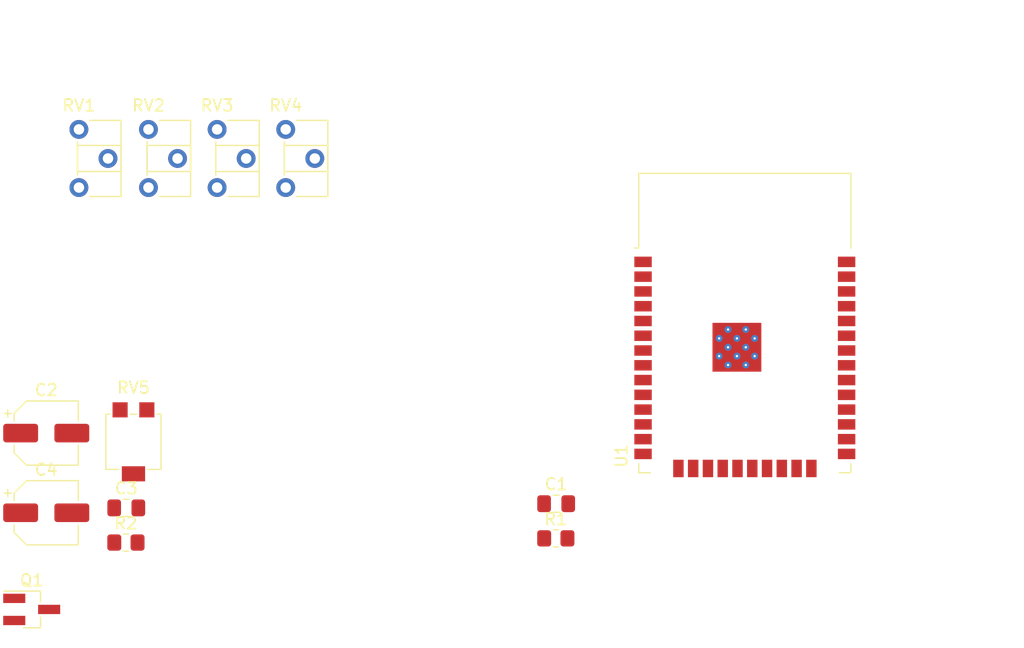
<source format=kicad_pcb>
(kicad_pcb (version 20221018) (generator pcbnew)
  (layers (0 "F.Cu" signal) (31 "B.Cu" signal) (34 "B.Paste" user) (35 "F.Paste" user) (36 "B.SilkS" user "B.Silkscreen") (37 "F.SilkS" user "F.Silkscreen") (38 "B.Mask" user) (39 "F.Mask" user) (44 "Edge.Cuts" user))
  (net 0 "")
  (net 1 "Net-(U1-EN)")
  (net 2 "GND")
  (net 3 "+3.3V")
  (net 4 "/ADC1_CH0")
  (net 5 "/ADC1_CH3")
  (net 13 "/Boot: pull-up")
  (net 14 "/Boot: pull-down")
  (net 15 "/Boot selection")
  (net 17 "/Boot pull-up")
  (net 19 "/RXD")
  (net 20 "/TXD")
  (net 21 "/ADC1_CH6")
  (net 22 "/ADC1_CH7")
  (net 23 "Net-(C2-Pad1)")
  (net 24 "Net-(C2-Pad2)")
  (net 25 "Net-(C3-Pad1)")
  (net 26 "SPEAKER")
  (net 27 "SAITE_1")
  (net 28 "DIN1")
  (net 29 "DAC1")
  (net 30 "Net-(U2-+)")
  (net 31 "ENCODER2_3")
  (net 32 "ENCODER2_1")
  (net 33 "ENCODER2_2")
  (net 34 "LED3")
  (net 35 "LED1")
  (net 36 "LED2")
  (net 37 "DIN2")
  (net 38 "DIN3")
  (net 39 "DIN4")
  (net 40 "ENCODER1_1")
  (net 41 "ENCODER1_2")
  (net 42 "ENCODER1_3")
  (net 43 "Net-(C3-Pad2)")
  (footprint "Capacitor_SMD:C_0805_2012Metric_Pad1.18x1.45mm_HandSolder" (layer "F.Cu") (at 114.73 95.72)
    (fp_text reference "C1" (at 0 -1.68) (layer "F.SilkS"))
    (fp_text value "1u")
    (fp_line (start -0.261252 -0.735) (end 0.261252 -0.735) (stroke (width 0.12)) (layer "F.SilkS"))
    (fp_line (start -0.261252 0.735) (end 0.261252 0.735) (stroke (width 0.12)) (layer "F.SilkS"))
    (pad "1" smd roundrect (at -1.0375 0) (size 1.175 1.45) (layers "F.Cu" "F.Paste" "F.Mask") (roundrect_rratio 0.212766) (net 1 "Net-(U1-EN)"))
    (pad "2" smd roundrect (at 1.0375 0) (size 1.175 1.45) (layers "F.Cu" "F.Paste" "F.Mask") (roundrect_rratio 0.212766) (net 2 "GND"))
  )
  (footprint "Capacitor_SMD:C_0805_2012Metric_Pad1.18x1.45mm_HandSolder" (layer "F.Cu") (at 77.77 96.08)
    (fp_text reference "C3" (at 0 -1.68) (layer "F.SilkS"))
    (fp_text value "50n")
    (fp_line (start -0.261252 -0.735) (end 0.261252 -0.735) (stroke (width 0.12)) (layer "F.SilkS"))
    (fp_line (start -0.261252 0.735) (end 0.261252 0.735) (stroke (width 0.12)) (layer "F.SilkS"))
    (pad "1" smd roundrect (at -1.0375 0) (size 1.175 1.45) (layers "F.Cu" "F.Paste" "F.Mask") (roundrect_rratio 0.212766) (net 25 "Net-(C3-Pad1)"))
    (pad "2" smd roundrect (at 1.0375 0) (size 1.175 1.45) (layers "F.Cu" "F.Paste" "F.Mask") (roundrect_rratio 0.212766) (net 43 "Net-(C3-Pad2)"))
  )
  (footprint "RF_Module:ESP32-WROOM-32" (layer "F.Cu") (at 130.95 83.18)
    (fp_text reference "U1" (at -10.61 8.43 90) (layer "F.SilkS"))
    (fp_text value "ESP32-WROOM-32")
    (fp_line (start -9.12 -15.86) (end -9.12 -9.445) (stroke (width 0.12)) (layer "F.SilkS"))
    (fp_line (start -9.12 -15.86) (end 9.12 -15.86) (stroke (width 0.12)) (layer "F.SilkS"))
    (fp_line (start -9.12 -9.445) (end -9.5 -9.445) (stroke (width 0.12)) (layer "F.SilkS"))
    (fp_line (start -9.12 9.1) (end -9.12 9.88) (stroke (width 0.12)) (layer "F.SilkS"))
    (fp_line (start -9.12 9.88) (end -8.12 9.88) (stroke (width 0.12)) (layer "F.SilkS"))
    (fp_line (start 9.12 -15.86) (end 9.12 -9.445) (stroke (width 0.12)) (layer "F.SilkS"))
    (fp_line (start 9.12 9.1) (end 9.12 9.88) (stroke (width 0.12)) (layer "F.SilkS"))
    (fp_line (start 9.12 9.88) (end 8.12 9.88) (stroke (width 0.12)) (layer "F.SilkS"))
    (pad "1" smd rect (at -8.75 -8.25) (size 1.5 0.9) (layers "F.Cu" "F.Paste" "F.Mask") (net 2 "GND"))
    (pad "2" smd rect (at -8.75 -6.98) (size 1.5 0.9) (layers "F.Cu" "F.Paste" "F.Mask") (net 3 "+3.3V"))
    (pad "3" smd rect (at -8.75 -5.71) (size 1.5 0.9) (layers "F.Cu" "F.Paste" "F.Mask") (net 1 "Net-(U1-EN)"))
    (pad "4" smd rect (at -8.75 -4.44) (size 1.5 0.9) (layers "F.Cu" "F.Paste" "F.Mask") (net 4 "/ADC1_CH0"))
    (pad "5" smd rect (at -8.75 -3.17) (size 1.5 0.9) (layers "F.Cu" "F.Paste" "F.Mask") (net 5 "/ADC1_CH3"))
    (pad "6" smd rect (at -8.75 -1.9) (size 1.5 0.9) (layers "F.Cu" "F.Paste" "F.Mask") (net 21 "/ADC1_CH6"))
    (pad "7" smd rect (at -8.75 -0.63) (size 1.5 0.9) (layers "F.Cu" "F.Paste" "F.Mask") (net 22 "/ADC1_CH7"))
    (pad "8" smd rect (at -8.75 0.64) (size 1.5 0.9) (layers "F.Cu" "F.Paste" "F.Mask") (net 31 "ENCODER2_3"))
    (pad "9" smd rect (at -8.75 1.91) (size 1.5 0.9) (layers "F.Cu" "F.Paste" "F.Mask"))
    (pad "10" smd rect (at -8.75 3.18) (size 1.5 0.9) (layers "F.Cu" "F.Paste" "F.Mask") (net 29 "DAC1"))
    (pad "11" smd rect (at -8.75 4.45) (size 1.5 0.9) (layers "F.Cu" "F.Paste" "F.Mask") (net 32 "ENCODER2_1"))
    (pad "12" smd rect (at -8.75 5.72) (size 1.5 0.9) (layers "F.Cu" "F.Paste" "F.Mask") (net 33 "ENCODER2_2"))
    (pad "13" smd rect (at -8.75 6.99) (size 1.5 0.9) (layers "F.Cu" "F.Paste" "F.Mask") (net 34 "LED3"))
    (pad "14" smd rect (at -8.75 8.26) (size 1.5 0.9) (layers "F.Cu" "F.Paste" "F.Mask") (net 35 "LED1"))
    (pad "15" smd rect (at -5.71 9.51 90) (size 1.5 0.9) (layers "F.Cu" "F.Paste" "F.Mask") (net 2 "GND"))
    (pad "16" smd rect (at -4.44 9.51 90) (size 1.5 0.9) (layers "F.Cu" "F.Paste" "F.Mask") (net 36 "LED2"))
    (pad "17" smd rect (at -3.17 9.51 90) (size 1.5 0.9) (layers "F.Cu" "F.Paste" "F.Mask"))
    (pad "18" smd rect (at -1.9 9.51 90) (size 1.5 0.9) (layers "F.Cu" "F.Paste" "F.Mask"))
    (pad "19" smd rect (at -0.63 9.51 90) (size 1.5 0.9) (layers "F.Cu" "F.Paste" "F.Mask"))
    (pad "20" smd rect (at 0.64 9.51 90) (size 1.5 0.9) (layers "F.Cu" "F.Paste" "F.Mask"))
    (pad "21" smd rect (at 1.91 9.51 90) (size 1.5 0.9) (layers "F.Cu" "F.Paste" "F.Mask"))
    (pad "22" smd rect (at 3.18 9.51 90) (size 1.5 0.9) (layers "F.Cu" "F.Paste" "F.Mask"))
    (pad "23" smd rect (at 4.45 9.51 90) (size 1.5 0.9) (layers "F.Cu" "F.Paste" "F.Mask") (net 13 "/Boot: pull-up"))
    (pad "24" smd rect (at 5.72 9.51 90) (size 1.5 0.9) (layers "F.Cu" "F.Paste" "F.Mask") (net 14 "/Boot: pull-down"))
    (pad "25" smd rect (at 8.75 8.26) (size 1.5 0.9) (layers "F.Cu" "F.Paste" "F.Mask") (net 15 "/Boot selection"))
    (pad "26" smd rect (at 8.75 6.99) (size 1.5 0.9) (layers "F.Cu" "F.Paste" "F.Mask"))
    (pad "27" smd rect (at 8.75 5.72) (size 1.5 0.9) (layers "F.Cu" "F.Paste" "F.Mask") (net 28 "DIN1"))
    (pad "28" smd rect (at 8.75 4.45) (size 1.5 0.9) (layers "F.Cu" "F.Paste" "F.Mask") (net 37 "DIN2"))
    (pad "29" smd rect (at 8.75 3.18) (size 1.5 0.9) (layers "F.Cu" "F.Paste" "F.Mask") (net 17 "/Boot pull-up"))
    (pad "30" smd rect (at 8.75 1.91) (size 1.5 0.9) (layers "F.Cu" "F.Paste" "F.Mask") (net 38 "DIN3"))
    (pad "31" smd rect (at 8.75 0.64) (size 1.5 0.9) (layers "F.Cu" "F.Paste" "F.Mask") (net 39 "DIN4"))
    (pad "32" smd rect (at 8.75 -0.63) (size 1.5 0.9) (layers "F.Cu" "F.Paste" "F.Mask"))
    (pad "33" smd rect (at 8.75 -1.9) (size 1.5 0.9) (layers "F.Cu" "F.Paste" "F.Mask") (net 40 "ENCODER1_1"))
    (pad "34" smd rect (at 8.75 -3.17) (size 1.5 0.9) (layers "F.Cu" "F.Paste" "F.Mask") (net 19 "/RXD"))
    (pad "35" smd rect (at 8.75 -4.44) (size 1.5 0.9) (layers "F.Cu" "F.Paste" "F.Mask") (net 20 "/TXD"))
    (pad "36" smd rect (at 8.75 -5.71) (size 1.5 0.9) (layers "F.Cu" "F.Paste" "F.Mask") (net 41 "ENCODER1_2"))
    (pad "37" smd rect (at 8.75 -6.98) (size 1.5 0.9) (layers "F.Cu" "F.Paste" "F.Mask") (net 42 "ENCODER1_3"))
    (pad "38" smd rect (at 8.75 -8.25) (size 1.5 0.9) (layers "F.Cu" "F.Paste" "F.Mask") (net 2 "GND"))
    (pad "39" smd rect (at -2.205 -2.435) (size 1.05 1.05) (layers "F.Cu" "F.Paste") (net 2 "GND"))
    (pad "39" thru_hole circle (at -2.205 -1.6725) (size 0.6 0.6) (drill 0.2) (property pad_prop_heatsink) (layers "*.Cu" "F.Mask") (net 2 "GND"))
    (pad "39" smd rect (at -2.205 -0.91) (size 1.05 1.05) (layers "F.Cu" "F.Paste") (net 2 "GND"))
    (pad "39" thru_hole circle (at -2.205 -0.1475) (size 0.6 0.6) (drill 0.2) (property pad_prop_heatsink) (layers "*.Cu" "F.Mask") (net 2 "GND"))
    (pad "39" smd rect (at -2.205 0.615) (size 1.05 1.05) (layers "F.Cu" "F.Paste") (net 2 "GND"))
    (pad "39" thru_hole circle (at -1.4425 -2.435) (size 0.6 0.6) (drill 0.2) (property pad_prop_heatsink) (layers "*.Cu" "F.Mask") (net 2 "GND"))
    (pad "39" thru_hole circle (at -1.4425 -0.91) (size 0.6 0.6) (drill 0.2) (property pad_prop_heatsink) (layers "*.Cu" "F.Mask") (net 2 "GND"))
    (pad "39" thru_hole circle (at -1.4425 0.615) (size 0.6 0.6) (drill 0.2) (property pad_prop_heatsink) (layers "*.Cu" "F.Mask") (net 2 "GND"))
    (pad "39" smd rect (at -0.68 -2.435) (size 1.05 1.05) (layers "F.Cu" "F.Paste") (net 2 "GND"))
    (pad "39" thru_hole circle (at -0.68 -1.6725) (size 0.6 0.6) (drill 0.2) (property pad_prop_heatsink) (layers "*.Cu" "F.Mask") (net 2 "GND"))
    (pad "39" smd rect (at -0.68 -0.91) (size 1.05 1.05) (layers "F.Cu" "F.Paste") (net 2 "GND"))
    (pad "39" smd rect (at -0.68 -0.91) (size 4.2 4.2) (layers "F.Cu" "F.Mask") (net 2 "GND"))
    (pad "39" thru_hole circle (at -0.68 -0.1475) (size 0.6 0.6) (drill 0.2) (property pad_prop_heatsink) (layers "*.Cu" "F.Mask") (net 2 "GND"))
    (pad "39" smd rect (at -0.68 0.615) (size 1.05 1.05) (layers "F.Cu" "F.Paste") (net 2 "GND"))
    (pad "39" thru_hole circle (at 0.0825 -2.435) (size 0.6 0.6) (drill 0.2) (property pad_prop_heatsink) (layers "*.Cu" "F.Mask") (net 2 "GND"))
    (pad "39" thru_hole circle (at 0.0825 -0.91) (size 0.6 0.6) (drill 0.2) (property pad_prop_heatsink) (layers "*.Cu" "F.Mask") (net 2 "GND"))
    (pad "39" thru_hole circle (at 0.0825 0.615) (size 0.6 0.6) (drill 0.2) (property pad_prop_heatsink) (layers "*.Cu" "F.Mask") (net 2 "GND"))
    (pad "39" smd rect (at 0.845 -2.435) (size 1.05 1.05) (layers "F.Cu" "F.Paste") (net 2 "GND"))
    (pad "39" thru_hole circle (at 0.845 -1.6725) (size 0.6 0.6) (drill 0.2) (property pad_prop_heatsink) (layers "*.Cu" "F.Mask") (net 2 "GND"))
    (pad "39" smd rect (at 0.845 -0.91) (size 1.05 1.05) (layers "F.Cu" "F.Paste") (net 2 "GND"))
    (pad "39" thru_hole circle (at 0.845 -0.1475) (size 0.6 0.6) (drill 0.2) (property pad_prop_heatsink) (layers "*.Cu" "F.Mask") (net 2 "GND"))
    (pad "39" smd rect (at 0.845 0.615) (size 1.05 1.05) (layers "F.Cu" "F.Paste") (net 2 "GND"))
  )
  (footprint "Package_TO_SOT_SMD:SOT-23_Handsoldering" (layer "F.Cu") (at 69.64 104.81)
    (fp_text reference "Q1" (at 0 -2.5) (layer "F.SilkS"))
    (fp_text value "BC817")
    (fp_line (start 0.76 -1.58) (end -2.4 -1.58) (stroke (width 0.12)) (layer "F.SilkS"))
    (fp_line (start 0.76 -1.58) (end 0.76 -0.65) (stroke (width 0.12)) (layer "F.SilkS"))
    (fp_line (start 0.76 1.58) (end -0.7 1.58) (stroke (width 0.12)) (layer "F.SilkS"))
    (fp_line (start 0.76 1.58) (end 0.76 0.65) (stroke (width 0.12)) (layer "F.SilkS"))
    (pad "1" smd rect (at -1.5 -0.95) (size 1.9 0.8) (layers "F.Cu" "F.Paste" "F.Mask") (net 27 "SAITE_1"))
    (pad "2" smd rect (at -1.5 0.95) (size 1.9 0.8) (layers "F.Cu" "F.Paste" "F.Mask") (net 2 "GND"))
    (pad "3" smd rect (at 1.5 0) (size 1.9 0.8) (layers "F.Cu" "F.Paste" "F.Mask") (net 28 "DIN1"))
  )
  (footprint "Capacitor_SMD:CP_Elec_5x3" (layer "F.Cu") (at 70.89 96.5)
    (fp_text reference "C4" (at 0 -3.7) (layer "F.SilkS"))
    (fp_text value "250u")
    (fp_line (start -3.625 -1.685) (end -3 -1.685) (stroke (width 0.12)) (layer "F.SilkS"))
    (fp_line (start -3.3125 -1.9975) (end -3.3125 -1.3725) (stroke (width 0.12)) (layer "F.SilkS"))
    (fp_line (start -2.76 -1.695563) (end -2.76 -1.06) (stroke (width 0.12)) (layer "F.SilkS"))
    (fp_line (start -2.76 -1.695563) (end -1.695563 -2.76) (stroke (width 0.12)) (layer "F.SilkS"))
    (fp_line (start -2.76 1.695563) (end -2.76 1.06) (stroke (width 0.12)) (layer "F.SilkS"))
    (fp_line (start -2.76 1.695563) (end -1.695563 2.76) (stroke (width 0.12)) (layer "F.SilkS"))
    (fp_line (start -1.695563 -2.76) (end 2.76 -2.76) (stroke (width 0.12)) (layer "F.SilkS"))
    (fp_line (start -1.695563 2.76) (end 2.76 2.76) (stroke (width 0.12)) (layer "F.SilkS"))
    (fp_line (start 2.76 -2.76) (end 2.76 -1.06) (stroke (width 0.12)) (layer "F.SilkS"))
    (fp_line (start 2.76 2.76) (end 2.76 1.06) (stroke (width 0.12)) (layer "F.SilkS"))
    (pad "1" smd roundrect (at -2.2 0) (size 3 1.6) (layers "F.Cu" "F.Paste" "F.Mask") (roundrect_rratio 0.15625) (net 25 "Net-(C3-Pad1)"))
    (pad "2" smd roundrect (at 2.2 0) (size 3 1.6) (layers "F.Cu" "F.Paste" "F.Mask") (roundrect_rratio 0.15625) (net 26 "SPEAKER"))
  )
  (footprint "Potentiometer_THT:Potentiometer_ACP_CA6-H2,5_Horizontal" (layer "F.Cu") (at 79.68 63.54)
    (fp_text reference "RV2" (at 0 -2.06) (layer "F.SilkS"))
    (fp_text value "R_Potentiometer")
    (fp_line (start -0.121 1.066) (end -0.121 3.935) (stroke (width 0.12)) (layer "F.SilkS"))
    (fp_line (start -0.121 1.38) (end -0.121 3.62) (stroke (width 0.12)) (layer "F.SilkS"))
    (fp_line (start -0.121 1.38) (end 3.62 1.38) (stroke (width 0.12)) (layer "F.SilkS"))
    (fp_line (start -0.121 3.62) (end 3.62 3.62) (stroke (width 0.12)) (layer "F.SilkS"))
    (fp_line (start 0.925 -0.77) (end 3.62 -0.77) (stroke (width 0.12)) (layer "F.SilkS"))
    (fp_line (start 0.925 5.77) (end 3.62 5.77) (stroke (width 0.12)) (layer "F.SilkS"))
    (fp_line (start 3.62 -0.77) (end 3.62 5.77) (stroke (width 0.12)) (layer "F.SilkS"))
    (fp_line (start 3.62 1.38) (end 3.62 3.62) (stroke (width 0.12)) (layer "F.SilkS"))
    (pad "1" thru_hole circle (at 0 0) (size 1.62 1.62) (drill 0.9) (layers "*.Cu" "*.Mask") (net 3 "+3.3V"))
    (pad "2" thru_hole circle (at 2.5 2.5) (size 1.62 1.62) (drill 0.9) (layers "*.Cu" "*.Mask") (net 5 "/ADC1_CH3"))
    (pad "3" thru_hole circle (at 0 5) (size 1.62 1.62) (drill 0.9) (layers "*.Cu" "*.Mask") (net 2 "GND"))
  )
  (footprint "Potentiometer_THT:Potentiometer_ACP_CA6-H2,5_Horizontal" (layer "F.Cu") (at 85.58 63.54)
    (fp_text reference "RV3" (at 0 -2.06) (layer "F.SilkS"))
    (fp_text value "R_Potentiometer")
    (fp_line (start -0.121 1.066) (end -0.121 3.935) (stroke (width 0.12)) (layer "F.SilkS"))
    (fp_line (start -0.121 1.38) (end -0.121 3.62) (stroke (width 0.12)) (layer "F.SilkS"))
    (fp_line (start -0.121 1.38) (end 3.62 1.38) (stroke (width 0.12)) (layer "F.SilkS"))
    (fp_line (start -0.121 3.62) (end 3.62 3.62) (stroke (width 0.12)) (layer "F.SilkS"))
    (fp_line (start 0.925 -0.77) (end 3.62 -0.77) (stroke (width 0.12)) (layer "F.SilkS"))
    (fp_line (start 0.925 5.77) (end 3.62 5.77) (stroke (width 0.12)) (layer "F.SilkS"))
    (fp_line (start 3.62 -0.77) (end 3.62 5.77) (stroke (width 0.12)) (layer "F.SilkS"))
    (fp_line (start 3.62 1.38) (end 3.62 3.62) (stroke (width 0.12)) (layer "F.SilkS"))
    (pad "1" thru_hole circle (at 0 0) (size 1.62 1.62) (drill 0.9) (layers "*.Cu" "*.Mask") (net 3 "+3.3V"))
    (pad "2" thru_hole circle (at 2.5 2.5) (size 1.62 1.62) (drill 0.9) (layers "*.Cu" "*.Mask") (net 21 "/ADC1_CH6"))
    (pad "3" thru_hole circle (at 0 5) (size 1.62 1.62) (drill 0.9) (layers "*.Cu" "*.Mask") (net 2 "GND"))
  )
  (footprint "Potentiometer_SMD:Potentiometer_Bourns_3314G_Vertical" (layer "F.Cu") (at 78.39 90.4)
    (fp_text reference "RV5" (at 0 -4.65) (layer "F.SilkS"))
    (fp_text value "10K")
    (fp_line (start -2.37 -2.37) (end -2.37 2.37) (stroke (width 0.12)) (layer "F.SilkS"))
    (fp_line (start -2.37 -2.37) (end -2.039 -2.37) (stroke (width 0.12)) (layer "F.SilkS"))
    (fp_line (start -2.37 2.37) (end -1.24 2.37) (stroke (width 0.12)) (layer "F.SilkS"))
    (fp_line (start -0.259 -2.37) (end 0.26 -2.37) (stroke (width 0.12)) (layer "F.SilkS"))
    (fp_line (start 1.24 2.37) (end 2.37 2.37) (stroke (width 0.12)) (layer "F.SilkS"))
    (fp_line (start 2.04 -2.37) (end 2.37 -2.37) (stroke (width 0.12)) (layer "F.SilkS"))
    (fp_line (start 2.37 -2.37) (end 2.37 2.37) (stroke (width 0.12)) (layer "F.SilkS"))
    (pad "1" smd rect (at 1.15 -2.75) (size 1.3 1.3) (layers "F.Cu" "F.Paste" "F.Mask") (net 29 "DAC1"))
    (pad "2" smd rect (at 0 2.75) (size 2 1.3) (layers "F.Cu" "F.Paste" "F.Mask") (net 30 "Net-(U2-+)"))
    (pad "3" smd rect (at -1.15 -2.75) (size 1.3 1.3) (layers "F.Cu" "F.Paste" "F.Mask") (net 2 "GND"))
  )
  (footprint "Resistor_SMD:R_0805_2012Metric_Pad1.20x1.40mm_HandSolder" (layer "F.Cu") (at 114.7 98.7)
    (fp_text reference "R1" (at 0 -1.65) (layer "F.SilkS"))
    (fp_text value "10K")
    (fp_line (start -0.227064 -0.735) (end 0.227064 -0.735) (stroke (width 0.12)) (layer "F.SilkS"))
    (fp_line (start -0.227064 0.735) (end 0.227064 0.735) (stroke (width 0.12)) (layer "F.SilkS"))
    (pad "1" smd roundrect (at -1 0) (size 1.2 1.4) (layers "F.Cu" "F.Paste" "F.Mask") (roundrect_rratio 0.208333) (net 3 "+3.3V"))
    (pad "2" smd roundrect (at 1 0) (size 1.2 1.4) (layers "F.Cu" "F.Paste" "F.Mask") (roundrect_rratio 0.208333) (net 1 "Net-(U1-EN)"))
  )
  (footprint "Resistor_SMD:R_0805_2012Metric_Pad1.20x1.40mm_HandSolder" (layer "F.Cu") (at 77.74 99.06)
    (fp_text reference "R2" (at 0 -1.65) (layer "F.SilkS"))
    (fp_text value "10")
    (fp_line (start -0.227064 -0.735) (end 0.227064 -0.735) (stroke (width 0.12)) (layer "F.SilkS"))
    (fp_line (start -0.227064 0.735) (end 0.227064 0.735) (stroke (width 0.12)) (layer "F.SilkS"))
    (pad "1" smd roundrect (at -1 0) (size 1.2 1.4) (layers "F.Cu" "F.Paste" "F.Mask") (roundrect_rratio 0.208333) (net 43 "Net-(C3-Pad2)"))
    (pad "2" smd roundrect (at 1 0) (size 1.2 1.4) (layers "F.Cu" "F.Paste" "F.Mask") (roundrect_rratio 0.208333) (net 2 "GND"))
  )
  (footprint "Potentiometer_THT:Potentiometer_ACP_CA6-H2,5_Horizontal" (layer "F.Cu") (at 73.7 63.54)
    (fp_text reference "RV1" (at 0 -2.06) (layer "F.SilkS"))
    (fp_text value "R_Potentiometer")
    (fp_line (start -0.121 1.066) (end -0.121 3.935) (stroke (width 0.12)) (layer "F.SilkS"))
    (fp_line (start -0.121 1.38) (end -0.121 3.62) (stroke (width 0.12)) (layer "F.SilkS"))
    (fp_line (start -0.121 1.38) (end 3.62 1.38) (stroke (width 0.12)) (layer "F.SilkS"))
    (fp_line (start -0.121 3.62) (end 3.62 3.62) (stroke (width 0.12)) (layer "F.SilkS"))
    (fp_line (start 0.925 -0.77) (end 3.62 -0.77) (stroke (width 0.12)) (layer "F.SilkS"))
    (fp_line (start 0.925 5.77) (end 3.62 5.77) (stroke (width 0.12)) (layer "F.SilkS"))
    (fp_line (start 3.62 -0.77) (end 3.62 5.77) (stroke (width 0.12)) (layer "F.SilkS"))
    (fp_line (start 3.62 1.38) (end 3.62 3.62) (stroke (width 0.12)) (layer "F.SilkS"))
    (pad "1" thru_hole circle (at 0 0) (size 1.62 1.62) (drill 0.9) (layers "*.Cu" "*.Mask") (net 3 "+3.3V"))
    (pad "2" thru_hole circle (at 2.5 2.5) (size 1.62 1.62) (drill 0.9) (layers "*.Cu" "*.Mask") (net 4 "/ADC1_CH0"))
    (pad "3" thru_hole circle (at 0 5) (size 1.62 1.62) (drill 0.9) (layers "*.Cu" "*.Mask") (net 2 "GND"))
  )
  (footprint "Capacitor_SMD:CP_Elec_5x3" (layer "F.Cu") (at 70.89 89.65)
    (fp_text reference "C2" (at 0 -3.7) (layer "F.SilkS"))
    (fp_text value "10u")
    (fp_line (start -3.625 -1.685) (end -3 -1.685) (stroke (width 0.12)) (layer "F.SilkS"))
    (fp_line (start -3.3125 -1.9975) (end -3.3125 -1.3725) (stroke (width 0.12)) (layer "F.SilkS"))
    (fp_line (start -2.76 -1.695563) (end -2.76 -1.06) (stroke (width 0.12)) (layer "F.SilkS"))
    (fp_line (start -2.76 -1.695563) (end -1.695563 -2.76) (stroke (width 0.12)) (layer "F.SilkS"))
    (fp_line (start -2.76 1.695563) (end -2.76 1.06) (stroke (width 0.12)) (layer "F.SilkS"))
    (fp_line (start -2.76 1.695563) (end -1.695563 2.76) (stroke (width 0.12)) (layer "F.SilkS"))
    (fp_line (start -1.695563 -2.76) (end 2.76 -2.76) (stroke (width 0.12)) (layer "F.SilkS"))
    (fp_line (start -1.695563 2.76) (end 2.76 2.76) (stroke (width 0.12)) (layer "F.SilkS"))
    (fp_line (start 2.76 -2.76) (end 2.76 -1.06) (stroke (width 0.12)) (layer "F.SilkS"))
    (fp_line (start 2.76 2.76) (end 2.76 1.06) (stroke (width 0.12)) (layer "F.SilkS"))
    (pad "1" smd roundrect (at -2.2 0) (size 3 1.6) (layers "F.Cu" "F.Paste" "F.Mask") (roundrect_rratio 0.15625) (net 23 "Net-(C2-Pad1)"))
    (pad "2" smd roundrect (at 2.2 0) (size 3 1.6) (layers "F.Cu" "F.Paste" "F.Mask") (roundrect_rratio 0.15625) (net 24 "Net-(C2-Pad2)"))
  )
  (footprint "Potentiometer_THT:Potentiometer_ACP_CA6-H2,5_Horizontal" (layer "F.Cu") (at 91.48 63.54)
    (fp_text reference "RV4" (at 0 -2.06) (layer "F.SilkS"))
    (fp_text value "R_Potentiometer")
    (fp_line (start -0.121 1.066) (end -0.121 3.935) (stroke (width 0.12)) (layer "F.SilkS"))
    (fp_line (start -0.121 1.38) (end -0.121 3.62) (stroke (width 0.12)) (layer "F.SilkS"))
    (fp_line (start -0.121 1.38) (end 3.62 1.38) (stroke (width 0.12)) (layer "F.SilkS"))
    (fp_line (start -0.121 3.62) (end 3.62 3.62) (stroke (width 0.12)) (layer "F.SilkS"))
    (fp_line (start 0.925 -0.77) (end 3.62 -0.77) (stroke (width 0.12)) (layer "F.SilkS"))
    (fp_line (start 0.925 5.77) (end 3.62 5.77) (stroke (width 0.12)) (layer "F.SilkS"))
    (fp_line (start 3.62 -0.77) (end 3.62 5.77) (stroke (width 0.12)) (layer "F.SilkS"))
    (fp_line (start 3.62 1.38) (end 3.62 3.62) (stroke (width 0.12)) (layer "F.SilkS"))
    (pad "1" thru_hole circle (at 0 0) (size 1.62 1.62) (drill 0.9) (layers "*.Cu" "*.Mask") (net 3 "+3.3V"))
    (pad "2" thru_hole circle (at 2.5 2.5) (size 1.62 1.62) (drill 0.9) (layers "*.Cu" "*.Mask") (net 22 "/ADC1_CH7"))
    (pad "3" thru_hole circle (at 0 5) (size 1.62 1.62) (drill 0.9) (layers "*.Cu" "*.Mask") (net 2 "GND"))
  )
)
</source>
